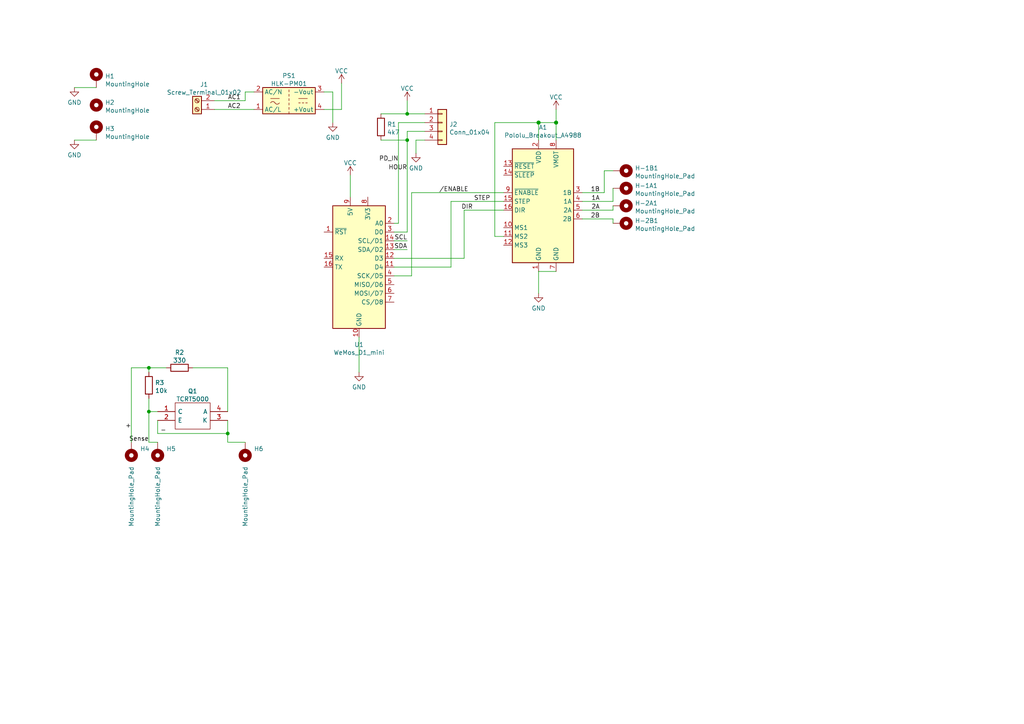
<source format=kicad_sch>
(kicad_sch (version 20210406) (generator eeschema)
  (paper "A4")
  (lib_symbols
    (symbol "Connector:Screw_Terminal_01x02" (pin_names (offset 1.016) hide)
      (property "Reference" "J" (at 0 2.54 0))
      (property "Value" "Screw_Terminal_01x02" (at 0 -5.08 0))
      (symbol "Screw_Terminal_01x02_1_1"
        (circle (center 0 -2.54) (radius 0.635) (stroke (width 0.1524)))
        (circle (center 0 0) (radius 0.635) (stroke (width 0.1524)))
        (rectangle (start -1.27 1.27) (end 1.27 -3.81) (stroke (width 0.254)) (fill (type background)))
        (polyline (pts (xy -0.5334 -2.2098) (xy 0.3302 -3.048)) (stroke (width 0.1524)))
        (polyline (pts (xy -0.5334 0.3302) (xy 0.3302 -0.508)) (stroke (width 0.1524)))
        (polyline (pts (xy -0.3556 -2.032) (xy 0.508 -2.8702)) (stroke (width 0.1524)))
        (polyline (pts (xy -0.3556 0.508) (xy 0.508 -0.3302)) (stroke (width 0.1524)))
        (pin passive line (at -5.08 0 0) (length 3.81) (name "Pin_1") (number "1"))
        (pin passive line (at -5.08 -2.54 0) (length 3.81) (name "Pin_2") (number "2"))
      )
    )
    (symbol "Connector_Generic:Conn_01x04" (pin_names (offset 1.016) hide)
      (property "Reference" "J" (at 0 5.08 0))
      (property "Value" "Conn_01x04" (at 0 -7.62 0))
      (symbol "Conn_01x04_1_1"
        (rectangle (start -1.27 -4.953) (end 0 -5.207) (stroke (width 0.1524)))
        (rectangle (start -1.27 -2.413) (end 0 -2.667) (stroke (width 0.1524)))
        (rectangle (start -1.27 0.127) (end 0 -0.127) (stroke (width 0.1524)))
        (rectangle (start -1.27 2.667) (end 0 2.413) (stroke (width 0.1524)))
        (rectangle (start -1.27 3.81) (end 1.27 -6.35) (stroke (width 0.254)) (fill (type background)))
        (pin passive line (at -5.08 2.54 0) (length 3.81) (name "Pin_1") (number "1"))
        (pin passive line (at -5.08 0 0) (length 3.81) (name "Pin_2") (number "2"))
        (pin passive line (at -5.08 -2.54 0) (length 3.81) (name "Pin_3") (number "3"))
        (pin passive line (at -5.08 -5.08 0) (length 3.81) (name "Pin_4") (number "4"))
      )
    )
    (symbol "Converter_ACDC:HLK-PM01"
      (property "Reference" "PS" (at 0 5.08 0))
      (property "Value" "HLK-PM01" (at 0 -5.08 0))
      (symbol "HLK-PM01_0_1"
        (arc (start -5.334 0.635) (end -4.064 0.635) (radius (at -4.699 0.9652) (length 0.7112) (angles -152.5 -27.5)))
        (arc (start -2.794 0.635) (end -4.064 0.635) (radius (at -3.429 0.2794) (length 0.7366) (angles 29.2 150.8)))
        (rectangle (start -7.62 3.81) (end 7.62 -3.81) (stroke (width 0.254)) (fill (type background)))
        (polyline (pts (xy -5.334 -0.635) (xy -2.794 -0.635)))
        (polyline (pts (xy 0 -2.54) (xy 0 -3.175)))
        (polyline (pts (xy 0 -1.27) (xy 0 -1.905)))
        (polyline (pts (xy 0 0) (xy 0 -0.635)))
        (polyline (pts (xy 0 1.27) (xy 0 0.635)))
        (polyline (pts (xy 0 2.54) (xy 0 1.905)))
        (polyline (pts (xy 0 3.81) (xy 0 3.175)))
        (polyline (pts (xy 2.794 -0.635) (xy 5.334 -0.635)))
        (polyline (pts (xy 2.794 0.635) (xy 3.302 0.635)))
        (polyline (pts (xy 3.81 0.635) (xy 4.318 0.635)))
        (polyline (pts (xy 4.826 0.635) (xy 5.334 0.635)))
      )
      (symbol "HLK-PM01_1_1"
        (pin power_in line (at -10.16 2.54 0) (length 2.54) (name "AC/L") (number "1"))
        (pin power_in line (at -10.16 -2.54 0) (length 2.54) (name "AC/N") (number "2"))
        (pin power_out line (at 10.16 -2.54 180) (length 2.54) (name "-Vout") (number "3"))
        (pin power_out line (at 10.16 2.54 180) (length 2.54) (name "+Vout") (number "4"))
      )
    )
    (symbol "Device:R" (pin_numbers hide) (pin_names (offset 0))
      (property "Reference" "R" (at 2.032 0 90))
      (property "Value" "R" (at 0 0 90))
      (symbol "R_0_1"
        (rectangle (start -1.016 -2.54) (end 1.016 2.54) (stroke (width 0.254)))
      )
      (symbol "R_1_1"
        (pin passive line (at 0 3.81 270) (length 1.27) (name "~") (number "1"))
        (pin passive line (at 0 -3.81 90) (length 1.27) (name "~") (number "2"))
      )
    )
    (symbol "Driver_Motor:Pololu_Breakout_A4988"
      (property "Reference" "A" (at -2.54 19.05 0))
      (property "Value" "Pololu_Breakout_A4988" (at -2.54 16.51 0))
      (symbol "Pololu_Breakout_A4988_0_1"
        (rectangle (start 10.16 -17.78) (end -7.62 15.24) (stroke (width 0.254)) (fill (type background)))
      )
      (symbol "Pololu_Breakout_A4988_1_1"
        (pin power_in line (at 0 -20.32 90) (length 2.54) (name "GND") (number "1"))
        (pin input line (at -10.16 -7.62 0) (length 2.54) (name "MS1") (number "10"))
        (pin input line (at -10.16 -10.16 0) (length 2.54) (name "MS2") (number "11"))
        (pin input line (at -10.16 -12.7 0) (length 2.54) (name "MS3") (number "12"))
        (pin input line (at -10.16 10.16 0) (length 2.54) (name "~RESET") (number "13"))
        (pin input line (at -10.16 7.62 0) (length 2.54) (name "~SLEEP") (number "14"))
        (pin input line (at -10.16 0 0) (length 2.54) (name "STEP") (number "15"))
        (pin input line (at -10.16 -2.54 0) (length 2.54) (name "DIR") (number "16"))
        (pin power_in line (at 0 17.78 270) (length 2.54) (name "VDD") (number "2"))
        (pin output line (at 12.7 2.54 180) (length 2.54) (name "1B") (number "3"))
        (pin output line (at 12.7 0 180) (length 2.54) (name "1A") (number "4"))
        (pin output line (at 12.7 -2.54 180) (length 2.54) (name "2A") (number "5"))
        (pin output line (at 12.7 -5.08 180) (length 2.54) (name "2B") (number "6"))
        (pin power_in line (at 5.08 -20.32 90) (length 2.54) (name "GND") (number "7"))
        (pin power_in line (at 5.08 17.78 270) (length 2.54) (name "VMOT") (number "8"))
        (pin input line (at -10.16 2.54 0) (length 2.54) (name "~ENABLE") (number "9"))
      )
    )
    (symbol "MCU_Module:WeMos_D1_mini"
      (property "Reference" "U" (at 3.81 19.05 0))
      (property "Value" "WeMos_D1_mini" (at 1.27 -19.05 0))
      (symbol "WeMos_D1_mini_1_1"
        (rectangle (start -7.62 17.78) (end 7.62 -17.78) (stroke (width 0.254)) (fill (type background)))
        (pin input line (at -10.16 10.16 0) (length 2.54) (name "~RST") (number "1"))
        (pin power_in line (at 0 -20.32 90) (length 2.54) (name "GND") (number "10"))
        (pin bidirectional line (at 10.16 0 180) (length 2.54) (name "D4") (number "11"))
        (pin bidirectional line (at 10.16 2.54 180) (length 2.54) (name "D3") (number "12"))
        (pin bidirectional line (at 10.16 5.08 180) (length 2.54) (name "SDA/D2") (number "13"))
        (pin bidirectional line (at 10.16 7.62 180) (length 2.54) (name "SCL/D1") (number "14"))
        (pin input line (at -10.16 2.54 0) (length 2.54) (name "RX") (number "15"))
        (pin output line (at -10.16 0 0) (length 2.54) (name "TX") (number "16"))
        (pin input line (at 10.16 12.7 180) (length 2.54) (name "A0") (number "2"))
        (pin bidirectional line (at 10.16 10.16 180) (length 2.54) (name "D0") (number "3"))
        (pin bidirectional line (at 10.16 -2.54 180) (length 2.54) (name "SCK/D5") (number "4"))
        (pin bidirectional line (at 10.16 -5.08 180) (length 2.54) (name "MISO/D6") (number "5"))
        (pin bidirectional line (at 10.16 -7.62 180) (length 2.54) (name "MOSI/D7") (number "6"))
        (pin bidirectional line (at 10.16 -10.16 180) (length 2.54) (name "CS/D8") (number "7"))
        (pin power_out line (at 2.54 20.32 270) (length 2.54) (name "3V3") (number "8"))
        (pin power_in line (at -2.54 20.32 270) (length 2.54) (name "5V") (number "9"))
      )
    )
    (symbol "Mechanical:MountingHole" (pin_names (offset 1.016))
      (property "Reference" "H" (at 0 5.08 0))
      (property "Value" "MountingHole" (at 0 3.175 0))
      (symbol "MountingHole_0_1"
        (circle (center 0 0) (radius 1.27) (stroke (width 1.27)))
      )
    )
    (symbol "Mechanical:MountingHole_Pad" (pin_numbers hide) (pin_names (offset 1.016) hide)
      (property "Reference" "H" (at 0 6.35 0))
      (property "Value" "MountingHole_Pad" (at 0 4.445 0))
      (symbol "MountingHole_Pad_0_1"
        (circle (center 0 1.27) (radius 1.27) (stroke (width 1.27)))
      )
      (symbol "MountingHole_Pad_1_1"
        (pin input line (at 0 -2.54 90) (length 2.54) (name "1") (number "1"))
      )
    )
    (symbol "TCRT5000:TCRT5000" (pin_names (offset 0.762))
      (property "Reference" "Q" (at 16.51 7.62 0))
      (property "Value" "TCRT5000" (at 16.51 5.08 0))
      (symbol "TCRT5000_0_0"
        (pin passive line (at 0 0 0) (length 5.08) (name "C") (number "1"))
        (pin passive line (at 0 -2.54 0) (length 5.08) (name "E") (number "2"))
        (pin passive line (at 20.32 -2.54 180) (length 5.08) (name "K") (number "3"))
        (pin passive line (at 20.32 0 180) (length 5.08) (name "A") (number "4"))
      )
      (symbol "TCRT5000_0_1"
        (polyline (pts (xy 5.08 2.54) (xy 15.24 2.54) (xy 15.24 -5.08) (xy 5.08 -5.08) (xy 5.08 2.54)) (stroke (width 0.1524)))
      )
    )
    (symbol "power:GND" (power) (pin_names (offset 0))
      (property "Value" "GND" (at 0 -3.81 0))
      (symbol "GND_0_1"
        (polyline (pts (xy 0 0) (xy 0 -1.27) (xy 1.27 -1.27) (xy 0 -2.54) (xy -1.27 -1.27) (xy 0 -1.27)))
      )
      (symbol "GND_1_1"
        (pin power_in line (at 0 0 270) (length 0) hide (name "GND") (number "1"))
      )
    )
    (symbol "power:VCC" (power) (pin_names (offset 0))
      (property "Value" "VCC" (at 0 3.81 0))
      (symbol "VCC_0_1"
        (polyline (pts (xy -0.762 1.27) (xy 0 2.54)))
        (polyline (pts (xy 0 0) (xy 0 2.54)))
        (polyline (pts (xy 0 2.54) (xy 0.762 1.27)))
      )
      (symbol "VCC_1_1"
        (pin power_in line (at 0 0 90) (length 0) hide (name "VCC") (number "1"))
      )
    )
  )
  (junction (at 43.18 106.68) (diameter 0.9144))
  (junction (at 43.18 119.38) (diameter 0.9144))
  (junction (at 66.04 125.73) (diameter 0.9144))
  (junction (at 118.11 33.02) (diameter 0.9144))
  (junction (at 118.11 40.64) (diameter 0.9144))
  (junction (at 156.21 35.56) (diameter 1.016))
  (junction (at 161.29 35.56) (diameter 1.016))
  (wire (pts (xy 21.59 25.4) (xy 27.94 25.4)))
  (wire (pts (xy 21.59 40.64) (xy 27.94 40.64)))
  (wire (pts (xy 38.1 106.68) (xy 43.18 106.68)))
  (wire (pts (xy 38.1 128.27) (xy 38.1 106.68)))
  (wire (pts (xy 43.18 106.68) (xy 43.18 107.95)))
  (wire (pts (xy 43.18 106.68) (xy 48.26 106.68)))
  (wire (pts (xy 43.18 115.57) (xy 43.18 119.38)))
  (wire (pts (xy 43.18 119.38) (xy 45.72 119.38)))
  (wire (pts (xy 43.18 128.27) (xy 43.18 119.38)))
  (wire (pts (xy 45.72 121.92) (xy 45.72 125.73)))
  (wire (pts (xy 45.72 125.73) (xy 66.04 125.73)))
  (wire (pts (xy 45.72 128.27) (xy 43.18 128.27)))
  (wire (pts (xy 55.88 106.68) (xy 66.04 106.68)))
  (wire (pts (xy 62.23 29.21) (xy 71.12 29.21)))
  (wire (pts (xy 62.23 31.75) (xy 73.66 31.75)))
  (wire (pts (xy 66.04 106.68) (xy 66.04 119.38)))
  (wire (pts (xy 66.04 121.92) (xy 66.04 125.73)))
  (wire (pts (xy 66.04 125.73) (xy 66.04 128.27)))
  (wire (pts (xy 66.04 128.27) (xy 71.12 128.27)))
  (wire (pts (xy 71.12 26.67) (xy 71.12 29.21)))
  (wire (pts (xy 71.12 26.67) (xy 73.66 26.67)))
  (wire (pts (xy 93.98 26.67) (xy 96.52 26.67)))
  (wire (pts (xy 93.98 31.75) (xy 99.06 31.75)))
  (wire (pts (xy 96.52 26.67) (xy 96.52 35.56)))
  (wire (pts (xy 99.06 31.75) (xy 99.06 24.13)))
  (wire (pts (xy 101.6 50.8) (xy 101.6 57.15)))
  (wire (pts (xy 104.14 97.79) (xy 104.14 107.95)))
  (wire (pts (xy 110.49 33.02) (xy 118.11 33.02)))
  (wire (pts (xy 110.49 40.64) (xy 118.11 40.64)))
  (wire (pts (xy 114.3 67.31) (xy 118.11 67.31)))
  (wire (pts (xy 114.3 69.85) (xy 118.11 69.85)))
  (wire (pts (xy 114.3 72.39) (xy 118.11 72.39)))
  (wire (pts (xy 114.3 74.93) (xy 134.62 74.93)))
  (wire (pts (xy 115.57 35.56) (xy 115.57 64.77)))
  (wire (pts (xy 115.57 35.56) (xy 123.19 35.56)))
  (wire (pts (xy 115.57 64.77) (xy 114.3 64.77)))
  (wire (pts (xy 118.11 29.21) (xy 118.11 33.02)))
  (wire (pts (xy 118.11 33.02) (xy 123.19 33.02)))
  (wire (pts (xy 118.11 38.1) (xy 123.19 38.1)))
  (wire (pts (xy 118.11 40.64) (xy 118.11 38.1)))
  (wire (pts (xy 118.11 67.31) (xy 118.11 40.64)))
  (wire (pts (xy 119.38 55.88) (xy 119.38 80.01)))
  (wire (pts (xy 119.38 80.01) (xy 114.3 80.01)))
  (wire (pts (xy 120.65 40.64) (xy 120.65 44.45)))
  (wire (pts (xy 120.65 40.64) (xy 123.19 40.64)))
  (wire (pts (xy 130.81 58.42) (xy 130.81 77.47)))
  (wire (pts (xy 130.81 58.42) (xy 146.05 58.42)))
  (wire (pts (xy 130.81 77.47) (xy 114.3 77.47)))
  (wire (pts (xy 134.62 60.96) (xy 146.05 60.96)))
  (wire (pts (xy 134.62 74.93) (xy 134.62 60.96)))
  (wire (pts (xy 143.51 35.56) (xy 143.51 68.58)))
  (wire (pts (xy 143.51 35.56) (xy 156.21 35.56)))
  (wire (pts (xy 146.05 55.88) (xy 119.38 55.88)))
  (wire (pts (xy 146.05 68.58) (xy 143.51 68.58)))
  (wire (pts (xy 156.21 35.56) (xy 156.21 40.64)))
  (wire (pts (xy 156.21 35.56) (xy 161.29 35.56)))
  (wire (pts (xy 156.21 78.74) (xy 156.21 85.09)))
  (wire (pts (xy 156.21 78.74) (xy 161.29 78.74)))
  (wire (pts (xy 161.29 31.75) (xy 161.29 35.56)))
  (wire (pts (xy 161.29 35.56) (xy 161.29 40.64)))
  (wire (pts (xy 168.91 55.88) (xy 175.26 55.88)))
  (wire (pts (xy 168.91 58.42) (xy 177.8 58.42)))
  (wire (pts (xy 168.91 60.96) (xy 177.8 60.96)))
  (wire (pts (xy 168.91 63.5) (xy 177.8 63.5)))
  (wire (pts (xy 175.26 49.53) (xy 177.8 49.53)))
  (wire (pts (xy 175.26 55.88) (xy 175.26 49.53)))
  (wire (pts (xy 177.8 54.61) (xy 177.8 58.42)))
  (wire (pts (xy 177.8 59.69) (xy 177.8 60.96)))
  (wire (pts (xy 177.8 63.5) (xy 177.8 64.77)))
  (label "+" (at 38.1 124.46 180))
  (label "Sense" (at 43.18 128.27 180))
  (label "-" (at 48.26 125.73 180))
  (label "AC2" (at 66.04 31.75 0))
  (label "AC1" (at 69.85 29.21 180))
  (label "PD_IN" (at 115.57 46.99 180))
  (label "HOUR" (at 118.11 49.53 180))
  (label "SCL" (at 118.11 69.85 180))
  (label "SDA" (at 118.11 72.39 180))
  (label "{slash}ENABLE" (at 135.89 55.88 180))
  (label "DIR" (at 137.16 60.96 180))
  (label "STEP" (at 142.24 58.42 180))
  (label "1B" (at 173.99 55.88 180))
  (label "1A" (at 173.99 58.42 180))
  (label "2A" (at 173.99 60.96 180))
  (label "2B" (at 173.99 63.5 180))
  (symbol (lib_id "power:VCC") (at 99.06 24.13 0) (unit 1)
    (property "Reference" "#PWR0102" (effects hide))
    (property "Value" "VCC" (at 99.06 20.5826 0))
  )
  (symbol (lib_id "power:VCC") (at 101.6 50.8 0) (unit 1)
    (property "Reference" "#PWR02" (effects hide))
    (property "Value" "VCC" (at 101.6 47.2526 0))
  )
  (symbol (lib_id "power:VCC") (at 118.11 29.21 0) (unit 1)
    (property "Reference" "#PWR04" (effects hide))
    (property "Value" "VCC" (at 118.11 25.6626 0))
  )
  (symbol (lib_id "power:VCC") (at 161.29 31.75 0) (unit 1)
    (property "Reference" "#PWR01" (effects hide))
    (property "Value" "VCC" (at 161.29 28.2026 0))
  )
  (symbol (lib_id "power:GND") (at 21.59 25.4 0) (unit 1)
    (property "Reference" "#PWR0103" (effects hide))
    (property "Value" "GND" (at 21.59 29.7244 0))
  )
  (symbol (lib_id "power:GND") (at 21.59 40.64 0) (unit 1)
    (property "Reference" "#PWR0104" (effects hide))
    (property "Value" "GND" (at 21.59 44.9644 0))
  )
  (symbol (lib_id "power:GND") (at 96.52 35.56 0) (unit 1)
    (property "Reference" "#PWR0101" (effects hide))
    (property "Value" "GND" (at 96.52 39.8844 0))
  )
  (symbol (lib_id "power:GND") (at 104.14 107.95 0) (unit 1)
    (property "Reference" "#PWR03" (effects hide))
    (property "Value" "GND" (at 104.14 112.2744 0))
  )
  (symbol (lib_id "power:GND") (at 120.65 44.45 0) (unit 1)
    (property "Reference" "#PWR05" (effects hide))
    (property "Value" "GND" (at 120.65 48.7744 0))
  )
  (symbol (lib_id "power:GND") (at 156.21 85.09 0) (unit 1)
    (property "Reference" "#PWR07" (effects hide))
    (property "Value" "GND" (at 156.21 89.4144 0))
  )
  (symbol (lib_id "Mechanical:MountingHole") (at 27.94 30.48 0) (unit 1)
    (property "Reference" "H2" (at 30.4801 29.7191 0) (effects (justify left)))
    (property "Value" "MountingHole" (at 30.4801 32.0178 0) (effects (justify left)))
    (property "Footprint" "MountingHole:MountingHole_5.3mm_M5" (effects hide))
  )
  (symbol (lib_id "Device:R") (at 43.18 111.76 180) (unit 1)
    (property "Reference" "R3" (at 44.9581 110.9991 0) (effects (justify right)))
    (property "Value" "10k" (at 44.9581 113.2978 0) (effects (justify right)))
    (property "Footprint" "Resistor_SMD:R_0805_2012Metric" (effects hide))
  )
  (symbol (lib_id "Device:R") (at 52.07 106.68 90) (unit 1)
    (property "Reference" "R2" (at 52.07 102.2308 90))
    (property "Value" "330" (at 52.07 104.5295 90))
    (property "Footprint" "Resistor_SMD:R_0805_2012Metric" (effects hide))
  )
  (symbol (lib_id "Device:R") (at 110.49 36.83 0) (unit 1)
    (property "Reference" "R1" (at 112.2681 36.0691 0) (effects (justify left)))
    (property "Value" "4k7" (at 112.2681 38.3678 0) (effects (justify left)))
    (property "Footprint" "Resistor_SMD:R_0805_2012Metric" (effects hide))
  )
  (symbol (lib_id "Mechanical:MountingHole_Pad") (at 27.94 22.86 0) (unit 1)
    (property "Reference" "H1" (at 30.4801 22.0991 0) (effects (justify left)))
    (property "Value" "MountingHole" (at 30.4801 24.3978 0) (effects (justify left)))
    (property "Footprint" "MountingHole:MountingHole_3.2mm_M3_Pad" (effects hide))
  )
  (symbol (lib_id "Mechanical:MountingHole_Pad") (at 27.94 38.1 0) (unit 1)
    (property "Reference" "H3" (at 30.4801 37.3391 0) (effects (justify left)))
    (property "Value" "MountingHole" (at 30.4801 39.6378 0) (effects (justify left)))
    (property "Footprint" "MountingHole:MountingHole_3.2mm_M3_Pad" (effects hide))
  )
  (symbol (lib_id "Mechanical:MountingHole_Pad") (at 38.1 130.81 180) (unit 1)
    (property "Reference" "H4" (at 40.6401 130.1761 0) (effects (justify right)))
    (property "Value" "MountingHole_Pad" (at 38.1001 152.7948 90) (effects (justify right)))
    (property "Footprint" "Connector_Wire:SolderWirePad_1x01_SMD_1x2mm" (effects hide))
  )
  (symbol (lib_id "Mechanical:MountingHole_Pad") (at 45.72 130.81 180) (unit 1)
    (property "Reference" "H5" (at 48.2601 130.1761 0) (effects (justify right)))
    (property "Value" "MountingHole_Pad" (at 45.7201 152.7948 90) (effects (justify right)))
    (property "Footprint" "Connector_Wire:SolderWirePad_1x01_SMD_1x2mm" (effects hide))
  )
  (symbol (lib_id "Mechanical:MountingHole_Pad") (at 71.12 130.81 180) (unit 1)
    (property "Reference" "H6" (at 73.6601 130.1761 0) (effects (justify right)))
    (property "Value" "MountingHole_Pad" (at 71.1201 152.7948 90) (effects (justify right)))
    (property "Footprint" "Connector_Wire:SolderWirePad_1x01_SMD_1x2mm" (effects hide))
  )
  (symbol (lib_id "Mechanical:MountingHole_Pad") (at 180.34 49.53 270) (unit 1)
    (property "Reference" "H-1B1" (at 184.1501 48.7691 90) (effects (justify left)))
    (property "Value" "MountingHole_Pad" (at 184.1501 51.0678 90) (effects (justify left)))
    (property "Footprint" "Connector_Wire:SolderWire-0.1sqmm_1x01_D0.4mm_OD1mm" (effects hide))
  )
  (symbol (lib_id "Mechanical:MountingHole_Pad") (at 180.34 54.61 270) (unit 1)
    (property "Reference" "H-1A1" (at 184.1501 53.8491 90) (effects (justify left)))
    (property "Value" "MountingHole_Pad" (at 184.1501 56.1478 90) (effects (justify left)))
    (property "Footprint" "Connector_Wire:SolderWire-0.1sqmm_1x01_D0.4mm_OD1mm" (effects hide))
  )
  (symbol (lib_id "Mechanical:MountingHole_Pad") (at 180.34 59.69 270) (unit 1)
    (property "Reference" "H-2A1" (at 184.1501 58.9291 90) (effects (justify left)))
    (property "Value" "MountingHole_Pad" (at 184.1501 61.2278 90) (effects (justify left)))
    (property "Footprint" "Connector_Wire:SolderWire-0.1sqmm_1x01_D0.4mm_OD1mm" (effects hide))
  )
  (symbol (lib_id "Mechanical:MountingHole_Pad") (at 180.34 64.77 270) (unit 1)
    (property "Reference" "H-2B1" (at 184.1501 64.0091 90) (effects (justify left)))
    (property "Value" "MountingHole_Pad" (at 184.1501 66.3078 90) (effects (justify left)))
    (property "Footprint" "Connector_Wire:SolderWire-0.1sqmm_1x01_D0.4mm_OD1mm" (effects hide))
  )
  (symbol (lib_id "Connector:Screw_Terminal_01x02") (at 57.15 31.75 180) (unit 1)
    (property "Reference" "J1" (at 59.182 24.5068 0))
    (property "Value" "Screw_Terminal_01x02" (at 59.182 26.8055 0))
    (property "Footprint" "TerminalBlock_Phoenix:TerminalBlock_Phoenix_MKDS-1,5-2_1x02_P5.00mm_Horizontal" (effects hide))
  )
  (symbol (lib_id "Connector_Generic:Conn_01x04") (at 128.27 35.56 0) (unit 1)
    (property "Reference" "J2" (at 130.3021 36.0691 0) (effects (justify left)))
    (property "Value" "Conn_01x04" (at 130.3021 38.3678 0) (effects (justify left)))
    (property "Footprint" "Connector_JST:JST_PH_B4B-PH-K_1x04_P2.00mm_Vertical" (effects hide))
  )
  (symbol (lib_id "TCRT5000:TCRT5000") (at 45.72 119.38 0) (unit 1)
    (property "Reference" "Q1" (at 55.88 113.4576 0))
    (property "Value" "TCRT5000" (at 55.88 115.7563 0))
    (property "Footprint" "KiCad:TCRT5000" (effects hide))
    (property "Datasheet" "http://www.vishay.com/docs/83760/tcrt5000.pdf" (effects hide))
    (property "Description" "VISHAY - TCRT5000. - SENSOR, OPTICAL, TRANSISTOR O/P" (effects hide))
    (property "Height" "6.8" (effects hide))
    (property "Manufacturer_Name" "Vishay" (effects hide))
    (property "Manufacturer_Part_Number" "TCRT5000" (effects hide))
    (property "Mouser Part Number" "782-TCRT5000" (effects hide))
    (property "Mouser Price/Stock" "https://www.mouser.co.uk/ProductDetail/Vishay-Semiconductors/TCRT5000/?qs=glpcD2KT6uaaYldHGIIt5g%3D%3D" (effects hide))
    (property "Arrow Part Number" "TCRT5000" (effects hide))
    (property "Arrow Price/Stock" "https://www.arrow.com/en/products/tcrt5000/vishay" (effects hide))
  )
  (symbol (lib_id "Converter_ACDC:HLK-PM01") (at 83.82 29.21 0) (mirror x) (unit 1)
    (property "Reference" "PS1" (at 83.82 21.9668 0))
    (property "Value" "HLK-PM01" (at 83.82 24.2655 0))
    (property "Footprint" "Converter_ACDC:Converter_ACDC_HiLink_HLK-PMxx" (effects hide))
    (property "Datasheet" "http://www.hlktech.net/product_detail.php?ProId=54" (effects hide))
  )
  (symbol (lib_id "MCU_Module:WeMos_D1_mini") (at 104.14 77.47 0) (unit 1)
    (property "Reference" "U1" (at 104.14 99.9554 0))
    (property "Value" "WeMos_D1_mini" (at 104.14 102.2541 0))
    (property "Footprint" "Module:WEMOS_D1_mini_light" (effects hide))
    (property "Datasheet" "https://wiki.wemos.cc/products:d1:d1_mini#documentation" (effects hide))
  )
  (symbol (lib_id "Driver_Motor:Pololu_Breakout_A4988") (at 156.21 58.42 0) (unit 1)
    (property "Reference" "A1" (at 157.48 36.9528 0))
    (property "Value" "Pololu_Breakout_A4988" (at 157.48 39.2515 0))
    (property "Footprint" "Module:Pololu_Breakout-16_15.2x20.3mm" (effects hide))
    (property "Datasheet" "https://www.pololu.com/product/2980/pictures" (effects hide))
  )
)
</source>
